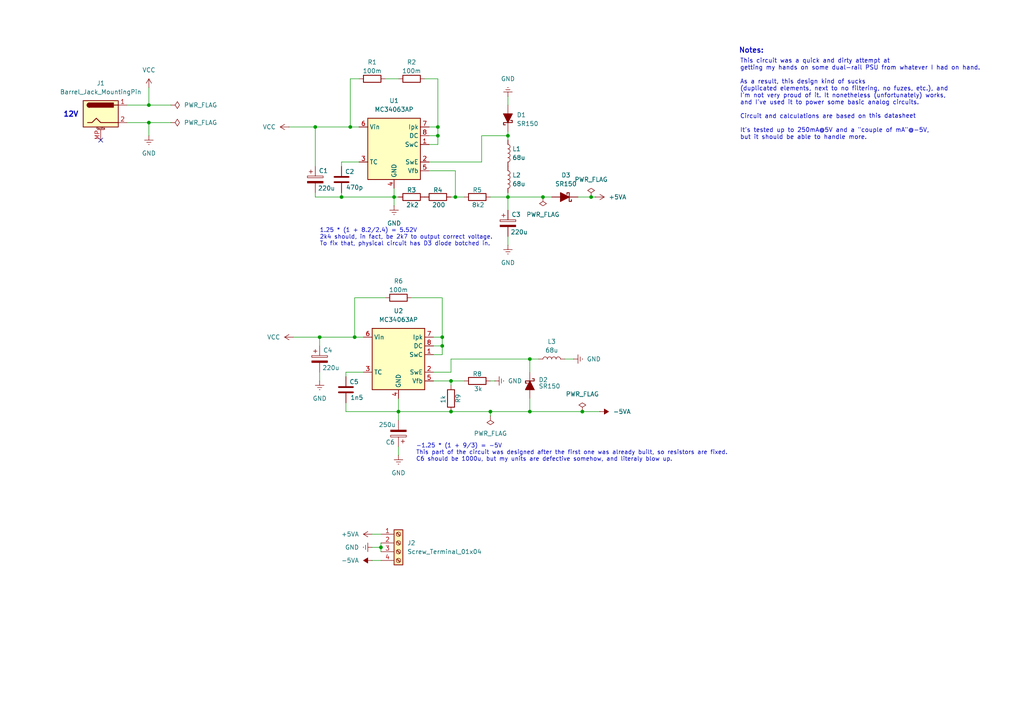
<source format=kicad_sch>
(kicad_sch (version 20250114) (generator "eeschema") (generator_version "9.0")
  (paper "A4")
  (title_block (title "MC34063 SMPS +-5V") (date "2025-07-19") (rev "1") (company "virtualgrub39@tutamail.com"))
  (lib_symbols
    (symbol "Connector:Barrel_Jack_MountingPin" (pin_names (hide yes))
      (property "Reference" "J" (at 0 5.334 0))
      (property "Value" "Barrel_Jack_MountingPin" (at 1.27 -6.35 0))
      (symbol "Barrel_Jack_MountingPin_0_1"
        (rectangle (start -5.08 3.81) (end 5.08 -3.81) (stroke (width 0.254)) (fill (type background)))
        (polyline (pts (xy -3.81 -2.54) (xy -2.54 -2.54) (xy -1.27 -1.27) (xy 0 -2.54) (xy 2.54 -2.54) (xy 5.08 -2.54)) (stroke (width 0.254)))
        (arc (start -3.302 1.905) (mid -3.9343 2.54) (end -3.302 3.175) (stroke (width 0.254)))
        (arc (start -3.302 1.905) (mid -3.9343 2.54) (end -3.302 3.175) (stroke (width 0.254)) (fill (type outline)))
        (rectangle (start 3.683 3.175) (end -3.302 1.905) (stroke (width 0.254)) (fill (type outline)))
        (polyline (pts (xy 5.08 2.54) (xy 3.81 2.54)) (stroke (width 0.254)))
      )
      (symbol "Barrel_Jack_MountingPin_1_1"
        (polyline (pts (xy -1.016 -4.572) (xy 1.016 -4.572)) (stroke (width 0.1524)))
        (text "Mounting" (at 0 -4.191 0) (effects (font (size 0.381 0.381))))
        (pin passive line (at 0 -7.62 90) (length 3.048) (name "MountPin") (number "MP"))
        (pin passive line (at 7.62 2.54 180) (length 2.54) (name "~") (number "1"))
        (pin passive line (at 7.62 -2.54 180) (length 2.54) (name "~") (number "2"))
      )
    )
    (symbol "Connector:Screw_Terminal_01x04" (pin_names (offset 1.016) (hide yes))
      (property "Reference" "J" (at 0 5.08 0))
      (property "Value" "Screw_Terminal_01x04" (at 0 -7.62 0))
      (symbol "Screw_Terminal_01x04_1_1"
        (rectangle (start -1.27 3.81) (end 1.27 -6.35) (stroke (width 0.254)) (fill (type background)))
        (polyline (pts (xy -0.5334 2.8702) (xy 0.3302 2.032)) (stroke (width 0.1524)))
        (polyline (pts (xy -0.5334 0.3302) (xy 0.3302 -0.508)) (stroke (width 0.1524)))
        (polyline (pts (xy -0.5334 -2.2098) (xy 0.3302 -3.048)) (stroke (width 0.1524)))
        (polyline (pts (xy -0.5334 -4.7498) (xy 0.3302 -5.588)) (stroke (width 0.1524)))
        (polyline (pts (xy -0.3556 3.048) (xy 0.508 2.2098)) (stroke (width 0.1524)))
        (polyline (pts (xy -0.3556 0.508) (xy 0.508 -0.3302)) (stroke (width 0.1524)))
        (polyline (pts (xy -0.3556 -2.032) (xy 0.508 -2.8702)) (stroke (width 0.1524)))
        (polyline (pts (xy -0.3556 -4.572) (xy 0.508 -5.4102)) (stroke (width 0.1524)))
        (circle (center 0 2.54) (radius 0.635) (stroke (width 0.1524)))
        (circle (center 0 0) (radius 0.635) (stroke (width 0.1524)))
        (circle (center 0 -2.54) (radius 0.635) (stroke (width 0.1524)))
        (circle (center 0 -5.08) (radius 0.635) (stroke (width 0.1524)))
        (pin passive line (at -5.08 2.54 0) (length 3.81) (name "Pin_1") (number "1"))
        (pin passive line (at -5.08 0 0) (length 3.81) (name "Pin_2") (number "2"))
        (pin passive line (at -5.08 -2.54 0) (length 3.81) (name "Pin_3") (number "3"))
        (pin passive line (at -5.08 -5.08 0) (length 3.81) (name "Pin_4") (number "4"))
      )
    )
    (symbol "Device:C" (pin_numbers (hide yes)) (pin_names (offset 0.254))
      (property "Reference" "C" (at 0.635 2.54 0))
      (property "Value" "C" (at 0.635 -2.54 0))
      (symbol "C_0_1"
        (polyline (pts (xy -2.032 0.762) (xy 2.032 0.762)) (stroke (width 0.508)))
        (polyline (pts (xy -2.032 -0.762) (xy 2.032 -0.762)) (stroke (width 0.508)))
      )
      (symbol "C_1_1"
        (pin passive line (at 0 3.81 270) (length 2.794) (name "~") (number "1"))
        (pin passive line (at 0 -3.81 90) (length 2.794) (name "~") (number "2"))
      )
    )
    (symbol "Device:C_Polarized" (pin_numbers (hide yes)) (pin_names (offset 0.254))
      (property "Reference" "C" (at 0.635 2.54 0))
      (property "Value" "C_Polarized" (at 0.635 -2.54 0))
      (symbol "C_Polarized_0_1"
        (rectangle (start -2.286 0.508) (end 2.286 1.016))
        (polyline (pts (xy -1.778 2.286) (xy -0.762 2.286)))
        (polyline (pts (xy -1.27 2.794) (xy -1.27 1.778)))
        (rectangle (start 2.286 -0.508) (end -2.286 -1.016) (fill (type outline)))
      )
      (symbol "C_Polarized_1_1"
        (pin passive line (at 0 3.81 270) (length 2.794) (name "~") (number "1"))
        (pin passive line (at 0 -3.81 90) (length 2.794) (name "~") (number "2"))
      )
    )
    (symbol "Device:L" (pin_numbers (hide yes)) (pin_names (offset 1.016) (hide yes))
      (property "Reference" "L" (at -1.27 0 90))
      (property "Value" "L" (at 1.905 0 90))
      (symbol "L_0_1"
        (arc (start 0 2.54) (mid 0.6323 1.905) (end 0 1.27))
        (arc (start 0 1.27) (mid 0.6323 0.635) (end 0 0))
        (arc (start 0 0) (mid 0.6323 -0.635) (end 0 -1.27))
        (arc (start 0 -1.27) (mid 0.6323 -1.905) (end 0 -2.54))
      )
      (symbol "L_1_1"
        (pin passive line (at 0 3.81 270) (length 1.27) (name "1") (number "1"))
        (pin passive line (at 0 -3.81 90) (length 1.27) (name "2") (number "2"))
      )
    )
    (symbol "Device:R" (pin_numbers (hide yes)) (pin_names (offset 0))
      (property "Reference" "R" (at 2.032 0 90))
      (property "Value" "R" (at 0 0 90))
      (symbol "R_0_1"
        (rectangle (start -1.016 -2.54) (end 1.016 2.54) (stroke (width 0.254)))
      )
      (symbol "R_1_1"
        (pin passive line (at 0 3.81 270) (length 1.27) (name "~") (number "1"))
        (pin passive line (at 0 -3.81 90) (length 1.27) (name "~") (number "2"))
      )
    )
    (symbol "PCM_Diode_Schottky_AKL:SR150" (pin_numbers (hide yes)) (pin_names (offset 1.016) (hide yes))
      (property "Reference" "D" (at 0 5.08 0))
      (property "Value" "SR150" (at 0 2.54 0))
      (symbol "SR150_0_1"
        (polyline (pts (xy -1.27 0) (xy 1.27 0)))
        (polyline (pts (xy -1.27 -1.27) (xy -1.27 1.27) (xy 1.27 0) (xy -1.27 -1.27)) (stroke (width 0.254)) (fill (type outline)))
        (polyline (pts (xy 1.905 -0.762) (xy 1.905 -1.27) (xy 1.27 -1.27) (xy 1.27 1.27) (xy 0.635 1.27) (xy 0.635 0.762)) (stroke (width 0.254)))
      )
      (symbol "SR150_0_2"
        (polyline (pts (xy -2.54 -2.54) (xy 2.54 2.54)))
        (polyline (pts (xy -0.889 -0.889) (xy -1.778 0) (xy 0.889 0.889) (xy 0 -1.778) (xy -0.889 -0.889)) (stroke (width 0.254)) (fill (type outline)))
        (polyline (pts (xy 0 1.778) (xy 1.778 0)) (stroke (width 0.254)))
        (polyline (pts (xy 0 1.778) (xy -0.381 1.397) (xy 0 1.016)) (stroke (width 0.254)))
        (polyline (pts (xy 1.778 0) (xy 2.159 0.381) (xy 1.778 0.762)) (stroke (width 0.254)))
      )
      (symbol "SR150_1_1"
        (pin passive line (at -3.81 0 0) (length 2.54) (name "A") (number "2"))
        (pin passive line (at 3.81 0 180) (length 2.54) (name "K") (number "1"))
      )
      (symbol "SR150_1_2"
        (pin passive line (at -2.54 -2.54 0) (length 0) (name "A") (number "2"))
        (pin passive line (at 2.54 2.54 180) (length 0) (name "K") (number "1"))
      )
    )
    (symbol "Regulator_Switching:MC34063AP"
      (property "Reference" "U" (at -7.62 8.89 0))
      (property "Value" "MC34063AP" (at 0 8.89 0))
      (symbol "MC34063AP_0_1"
        (rectangle (start -7.62 7.62) (end 7.62 -10.16) (stroke (width 0.254)) (fill (type background)))
      )
      (symbol "MC34063AP_1_1"
        (pin power_in line (at -10.16 5.08 0) (length 2.54) (name "Vin") (number "6"))
        (pin passive line (at -10.16 -5.08 0) (length 2.54) (name "TC") (number "3"))
        (pin power_in line (at 0 -12.7 90) (length 2.54) (name "GND") (number "4"))
        (pin input line (at 10.16 5.08 180) (length 2.54) (name "Ipk") (number "7"))
        (pin open_collector line (at 10.16 2.54 180) (length 2.54) (name "DC") (number "8"))
        (pin open_collector line (at 10.16 0 180) (length 2.54) (name "SwC") (number "1"))
        (pin open_emitter line (at 10.16 -5.08 180) (length 2.54) (name "SwE") (number "2"))
        (pin input line (at 10.16 -7.62 180) (length 2.54) (name "Vfb") (number "5"))
      )
    )
    (symbol "power:+5VA" (power) (pin_numbers (hide yes)) (pin_names (offset 0) (hide yes))
      (property "Value" "+5VA" (at 0 3.556 0))
      (symbol "+5VA_0_1"
        (polyline (pts (xy -0.762 1.27) (xy 0 2.54)))
        (polyline (pts (xy 0 2.54) (xy 0.762 1.27)))
        (polyline (pts (xy 0 0) (xy 0 2.54)))
      )
      (symbol "+5VA_1_1"
        (pin power_in line (at 0 0 90) (length 0) (name "~") (number "1"))
      )
    )
    (symbol "power:-5VA" (power) (pin_numbers (hide yes)) (pin_names (offset 0) (hide yes))
      (property "Value" "-5VA" (at 0 3.556 0))
      (symbol "-5VA_0_0"
        (pin power_in line (at 0 0 90) (length 0) (name "~") (number "1"))
      )
      (symbol "-5VA_0_1"
        (polyline (pts (xy 0 0) (xy 0 1.27) (xy 0.762 1.27) (xy 0 2.54) (xy -0.762 1.27) (xy 0 1.27)) (fill (type outline)))
      )
    )
    (symbol "power:Earth" (power) (pin_numbers (hide yes)) (pin_names (offset 0) (hide yes))
      (property "Value" "Earth" (at 0 -3.81 0))
      (symbol "Earth_0_1"
        (polyline (pts (xy -0.635 -1.905) (xy 0.635 -1.905)))
        (polyline (pts (xy -0.127 -2.54) (xy 0.127 -2.54)))
        (polyline (pts (xy 0 -1.27) (xy 0 0)))
        (polyline (pts (xy 1.27 -1.27) (xy -1.27 -1.27)))
      )
      (symbol "Earth_1_1"
        (pin power_in line (at 0 0 270) (length 0) (name "~") (number "1"))
      )
    )
    (symbol "power:PWR_FLAG" (power) (pin_numbers (hide yes)) (pin_names (offset 0) (hide yes))
      (property "Value" "PWR_FLAG" (at 0 3.81 0))
      (symbol "PWR_FLAG_0_0"
        (pin power_out line (at 0 0 90) (length 0) (name "~") (number "1"))
      )
      (symbol "PWR_FLAG_0_1"
        (polyline (pts (xy 0 0) (xy 0 1.27) (xy -1.016 1.905) (xy 0 2.54) (xy 1.016 1.905) (xy 0 1.27)))
      )
    )
    (symbol "power:VCC" (power) (pin_numbers (hide yes)) (pin_names (offset 0) (hide yes))
      (property "Value" "VCC" (at 0 3.556 0))
      (symbol "VCC_0_1"
        (polyline (pts (xy -0.762 1.27) (xy 0 2.54)))
        (polyline (pts (xy 0 2.54) (xy 0.762 1.27)))
        (polyline (pts (xy 0 0) (xy 0 2.54)))
      )
      (symbol "VCC_1_1"
        (pin power_in line (at 0 0 90) (length 0) (name "~") (number "1"))
      )
    )
  )
  (text "-1.25 * (1 + 9/3) = -5V\nThis part of the circuit was designed after the first one was already built, so resistors are fixed.\nC6 should be 1000u, but my units are defective somehow, and literaly blow up." (at 120.65 131.318 0) (effects (font (size 1.2 1.2)) (justify left)))
  (text "this datasheet" (at 251.968 33.02 0) (effects (font (size 1.25 1.25) (thickness 0.1563)) (justify left top)))
  (text "12V" (at 20.574 33.274 0) (effects (font (size 1.5 1.5) (thickness 0.3) (bold yes))))
  (text "1.25 * (1 + 8.2/2.4) = 5.52V\n2k4 should, in fact, be 2k7 to output correct voltage.\nTo fix that, physical circuit has D3 diode botched in. " (at 92.71 68.834 0) (effects (font (size 1.2 1.2)) (justify left)))
  (text "This circuit was a quick and dirty attempt at\ngetting my hands on some dual-rail PSU from whatever I had on hand.\n\nAs a result, this design kind of sucks\n(duplicated elements, next to no filtering, no fuzes, etc.), and\nI'm not very proud of it. It nonetheless (unfortunately) works,\nand I've used it to power some basic analog circuits.\n\nCircuit and calculations are based on\n\nIt's tested up to 250mA@5V and a \"couple of mA\"@-5V,\nbut it should be able to handle more." (at 214.63 17.018 0) (effects (font (size 1.25 1.25) (thickness 0.1563)) (justify left top)))
  (text "Notes:" (at 217.932 14.732 0) (effects (font (size 1.5 1.5) (thickness 0.254) (bold yes))))
  (junction (at 130.81 119.38))
  (junction (at 168.91 119.38))
  (junction (at 127 36.83))
  (junction (at 99.06 57.15))
  (junction (at 92.71 97.79))
  (junction (at 127 39.37))
  (junction (at 114.3 57.15))
  (junction (at 132.08 57.15))
  (junction (at 171.45 57.15))
  (junction (at 101.6 36.83))
  (junction (at 157.48 57.15))
  (junction (at 91.44 36.83))
  (junction (at 110.49 158.75))
  (junction (at 128.27 100.33))
  (junction (at 130.81 110.49))
  (junction (at 153.67 104.14))
  (junction (at 102.87 97.79))
  (junction (at 43.18 30.48))
  (junction (at 147.32 57.15))
  (junction (at 153.67 119.38))
  (junction (at 142.24 119.38))
  (junction (at 147.32 39.37))
  (junction (at 128.27 97.79))
  (junction (at 115.57 119.38))
  (junction (at 43.18 35.56))
  (no_connect (at 29.21 40.64))
  (wire (pts (xy 163.83 104.14) (xy 166.37 104.14)))
  (wire (pts (xy 101.6 36.83) (xy 101.6 22.86)))
  (wire (pts (xy 132.08 49.53) (xy 132.08 57.15)))
  (wire (pts (xy 115.57 129.54) (xy 115.57 132.08)))
  (wire (pts (xy 147.32 55.88) (xy 147.32 57.15)))
  (wire (pts (xy 139.7 46.99) (xy 139.7 39.37)))
  (wire (pts (xy 132.08 57.15) (xy 134.62 57.15)))
  (wire (pts (xy 99.06 57.15) (xy 114.3 57.15)))
  (wire (pts (xy 128.27 100.33) (xy 128.27 97.79)))
  (wire (pts (xy 115.57 119.38) (xy 115.57 115.57)))
  (wire (pts (xy 92.71 97.79) (xy 102.87 97.79)))
  (wire (pts (xy 127 22.86) (xy 127 36.83)))
  (wire (pts (xy 104.14 46.99) (xy 99.06 46.99)))
  (wire (pts (xy 128.27 97.79) (xy 128.27 86.36)))
  (wire (pts (xy 43.18 35.56) (xy 43.18 39.37)))
  (wire (pts (xy 147.32 38.1) (xy 147.32 39.37)))
  (wire (pts (xy 130.81 104.14) (xy 130.81 107.95)))
  (wire (pts (xy 168.91 119.38) (xy 173.99 119.38)))
  (wire (pts (xy 139.7 39.37) (xy 147.32 39.37)))
  (wire (pts (xy 105.41 107.95) (xy 100.33 107.95)))
  (wire (pts (xy 91.44 55.88) (xy 91.44 57.15)))
  (wire (pts (xy 92.71 107.95) (xy 92.71 110.49)))
  (wire (pts (xy 171.45 57.15) (xy 172.72 57.15)))
  (wire (pts (xy 167.64 57.15) (xy 171.45 57.15)))
  (wire (pts (xy 127 36.83) (xy 124.46 36.83)))
  (wire (pts (xy 99.06 55.88) (xy 99.06 57.15)))
  (wire (pts (xy 115.57 119.38) (xy 115.57 121.92)))
  (wire (pts (xy 101.6 22.86) (xy 104.14 22.86)))
  (wire (pts (xy 100.33 116.84) (xy 100.33 119.38)))
  (wire (pts (xy 127 41.91) (xy 127 39.37)))
  (wire (pts (xy 100.33 107.95) (xy 100.33 109.22)))
  (wire (pts (xy 124.46 41.91) (xy 127 41.91)))
  (wire (pts (xy 114.3 57.15) (xy 115.57 57.15)))
  (wire (pts (xy 153.67 104.14) (xy 130.81 104.14)))
  (wire (pts (xy 147.32 57.15) (xy 157.48 57.15)))
  (wire (pts (xy 92.71 97.79) (xy 92.71 100.33)))
  (wire (pts (xy 91.44 36.83) (xy 101.6 36.83)))
  (wire (pts (xy 91.44 57.15) (xy 99.06 57.15)))
  (wire (pts (xy 115.57 119.38) (xy 130.81 119.38)))
  (wire (pts (xy 43.18 25.4) (xy 43.18 30.48)))
  (wire (pts (xy 43.18 35.56) (xy 49.53 35.56)))
  (wire (pts (xy 123.19 22.86) (xy 127 22.86)))
  (wire (pts (xy 100.33 119.38) (xy 115.57 119.38)))
  (wire (pts (xy 111.76 22.86) (xy 115.57 22.86)))
  (wire (pts (xy 85.09 97.79) (xy 92.71 97.79)))
  (wire (pts (xy 153.67 104.14) (xy 156.21 104.14)))
  (wire (pts (xy 83.82 36.83) (xy 91.44 36.83)))
  (wire (pts (xy 114.3 54.61) (xy 114.3 57.15)))
  (wire (pts (xy 107.95 162.56) (xy 110.49 162.56)))
  (wire (pts (xy 128.27 97.79) (xy 125.73 97.79)))
  (wire (pts (xy 43.18 30.48) (xy 36.83 30.48)))
  (wire (pts (xy 142.24 57.15) (xy 147.32 57.15)))
  (wire (pts (xy 43.18 30.48) (xy 49.53 30.48)))
  (wire (pts (xy 36.83 35.56) (xy 43.18 35.56)))
  (wire (pts (xy 128.27 102.87) (xy 128.27 100.33)))
  (wire (pts (xy 142.24 110.49) (xy 143.51 110.49)))
  (wire (pts (xy 119.38 86.36) (xy 128.27 86.36)))
  (wire (pts (xy 153.67 119.38) (xy 168.91 119.38)))
  (wire (pts (xy 147.32 68.58) (xy 147.32 71.12)))
  (wire (pts (xy 125.73 100.33) (xy 128.27 100.33)))
  (wire (pts (xy 107.95 158.75) (xy 110.49 158.75)))
  (wire (pts (xy 153.67 104.14) (xy 153.67 107.95)))
  (wire (pts (xy 130.81 110.49) (xy 134.62 110.49)))
  (wire (pts (xy 153.67 115.57) (xy 153.67 119.38)))
  (wire (pts (xy 130.81 107.95) (xy 125.73 107.95)))
  (wire (pts (xy 124.46 49.53) (xy 132.08 49.53)))
  (wire (pts (xy 124.46 39.37) (xy 127 39.37)))
  (wire (pts (xy 125.73 102.87) (xy 128.27 102.87)))
  (wire (pts (xy 91.44 36.83) (xy 91.44 48.26)))
  (wire (pts (xy 127 39.37) (xy 127 36.83)))
  (wire (pts (xy 114.3 57.15) (xy 114.3 59.69)))
  (wire (pts (xy 102.87 86.36) (xy 102.87 97.79)))
  (wire (pts (xy 147.32 39.37) (xy 147.32 40.64)))
  (wire (pts (xy 107.95 154.94) (xy 110.49 154.94)))
  (wire (pts (xy 147.32 57.15) (xy 147.32 60.96)))
  (wire (pts (xy 157.48 57.15) (xy 160.02 57.15)))
  (wire (pts (xy 104.14 36.83) (xy 101.6 36.83)))
  (wire (pts (xy 142.24 119.38) (xy 153.67 119.38)))
  (wire (pts (xy 110.49 158.75) (xy 110.49 160.02)))
  (wire (pts (xy 124.46 46.99) (xy 139.7 46.99)))
  (wire (pts (xy 99.06 46.99) (xy 99.06 48.26)))
  (wire (pts (xy 147.32 27.94) (xy 147.32 30.48)))
  (wire (pts (xy 142.24 119.38) (xy 142.24 120.65)))
  (wire (pts (xy 130.81 57.15) (xy 132.08 57.15)))
  (wire (pts (xy 130.81 119.38) (xy 142.24 119.38)))
  (wire (pts (xy 102.87 97.79) (xy 105.41 97.79)))
  (wire (pts (xy 125.73 110.49) (xy 130.81 110.49)))
  (wire (pts (xy 111.76 86.36) (xy 102.87 86.36)))
  (wire (pts (xy 130.81 111.76) (xy 130.81 110.49)))
  (wire (pts (xy 110.49 158.75) (xy 110.49 157.48)))
  (symbol (lib_id "power:VCC") (at 43.18 25.4 0) (unit 1)
    (property "Reference" "#PWR01" (effects (hide yes)))
    (property "Value" "VCC" (at 43.18 20.32 0))
    (property "Description" "Power symbol creates a global label with name \"VCC\"" (effects (hide yes)))
  )
  (symbol (lib_id "Device:C") (at 99.06 52.07 0) (unit 1)
    (property "Reference" "C2" (at 100.076 49.784 0) (effects (justify left)))
    (property "Value" "470p" (at 100.33 54.356 0) (effects (justify left)))
    (property "Footprint" "Capacitor_SMD:C_1206_3216Metric_Pad1.33x1.80mm_HandSolder" (effects (hide yes)))
    (property "Description" "Unpolarized capacitor" (effects (hide yes)))
  )
  (symbol (lib_id "Device:L") (at 160.02 104.14 90) (unit 1)
    (property "Reference" "L3" (at 160.02 99.06 90))
    (property "Value" "68u" (at 160.02 101.6 90))
    (property "Footprint" "PCM_Inductor_THT_AKL:L_Radial_D10.0mm_P5.00mm_Fastron_07P" (effects (hide yes)))
    (property "Description" "Inductor" (effects (hide yes)))
  )
  (symbol (lib_id "power:PWR_FLAG") (at 168.91 119.38 0) (unit 1)
    (property "Reference" "#FLG04" (effects (hide yes)))
    (property "Value" "PWR_FLAG" (at 168.91 114.3 0))
    (property "Description" "Special symbol for telling ERC where power comes from" (effects (hide yes)))
  )
  (symbol (lib_id "power:VCC") (at 83.82 36.83 90) (unit 1)
    (property "Reference" "#PWR03" (effects (hide yes)))
    (property "Value" "VCC" (at 80.01 36.8299 90) (effects (justify left)))
    (property "Description" "Power symbol creates a global label with name \"VCC\"" (effects (hide yes)))
  )
  (symbol (lib_id "Device:C_Polarized") (at 92.71 104.14 0) (unit 1)
    (property "Reference" "C4" (at 93.726 101.6 0) (effects (justify left)))
    (property "Value" "220u" (at 93.472 106.68 0) (effects (justify left)))
    (property "Footprint" "Capacitor_THT:C_Radial_D10.0mm_H12.5mm_P5.00mm" (effects (hide yes)))
    (property "Description" "Polarized capacitor" (effects (hide yes)))
  )
  (symbol (lib_id "power:Earth") (at 107.95 158.75 270) (unit 1)
    (property "Reference" "#PWR08" (effects (hide yes)))
    (property "Value" "GND" (at 104.14 158.7499 90) (effects (justify right)))
    (property "Description" "Power symbol creates a global label with name \"Earth\"" (effects (hide yes)))
  )
  (symbol (lib_id "Device:R") (at 119.38 22.86 90) (unit 1)
    (property "Reference" "R2" (at 119.38 18.034 90))
    (property "Value" "100m" (at 119.38 20.574 90))
    (property "Footprint" "PCM_Resistor_THT_AKL:R_Axial_DIN0207_L6.3mm_D2.5mm_P7.62mm_Horizontal" (effects (hide yes)))
    (property "Description" "Resistor" (effects (hide yes)))
  )
  (symbol (lib_id "power:PWR_FLAG") (at 49.53 35.56 270) (unit 1)
    (property "Reference" "#FLG02" (effects (hide yes)))
    (property "Value" "PWR_FLAG" (at 53.34 35.5599 90) (effects (justify left)))
    (property "Description" "Special symbol for telling ERC where power comes from" (effects (hide yes)))
  )
  (symbol (lib_id "Device:L") (at 147.32 52.07 0) (unit 1)
    (property "Reference" "L2" (at 148.59 50.7999 0) (effects (justify left)))
    (property "Value" "68u" (at 148.59 53.3399 0) (effects (justify left)))
    (property "Footprint" "PCM_Inductor_THT_AKL:L_Radial_D10.0mm_P5.00mm_Fastron_07P" (effects (hide yes)))
    (property "Description" "Inductor" (effects (hide yes)))
  )
  (symbol (lib_id "Regulator_Switching:MC34063AP") (at 114.3 41.91 0) (unit 1)
    (property "Reference" "U1" (at 114.3 29.21 0))
    (property "Value" "MC34063AP" (at 114.3 31.75 0))
    (property "Footprint" "PCM_Package_DIP_AKL:DIP-8_W7.62mm_Socket" (effects (hide yes)))
    (property "Datasheet" "http://www.onsemi.com/pub_link/Collateral/MC34063A-D.PDF" (effects (hide yes)))
    (property "Description" "1.5A, step-up/down/inverting switching regulator, 3-40V Vin, 100kHz, DIP-8" (effects (hide yes)))
  )
  (symbol (lib_id "power:Earth") (at 115.57 132.08 0) (unit 1)
    (property "Reference" "#PWR016" (effects (hide yes)))
    (property "Value" "GND" (at 115.57 137.16 0))
    (property "Description" "Power symbol creates a global label with name \"Earth\"" (effects (hide yes)))
  )
  (symbol (lib_id "power:PWR_FLAG") (at 171.45 57.15 0) (unit 1)
    (property "Reference" "#FLG03" (effects (hide yes)))
    (property "Value" "PWR_FLAG" (at 171.45 52.07 0))
    (property "Description" "Special symbol for telling ERC where power comes from" (effects (hide yes)))
  )
  (symbol (lib_id "Regulator_Switching:MC34063AP") (at 115.57 102.87 0) (unit 1)
    (property "Reference" "U2" (at 115.57 90.17 0))
    (property "Value" "MC34063AP" (at 115.57 92.71 0))
    (property "Footprint" "PCM_Package_DIP_AKL:DIP-8_W7.62mm_Socket" (effects (hide yes)))
    (property "Datasheet" "http://www.onsemi.com/pub_link/Collateral/MC34063A-D.PDF" (effects (hide yes)))
    (property "Description" "1.5A, step-up/down/inverting switching regulator, 3-40V Vin, 100kHz, DIP-8" (effects (hide yes)))
  )
  (symbol (lib_id "Device:R") (at 130.81 115.57 0) (unit 1)
    (property "Reference" "R9" (at 132.842 115.57 90))
    (property "Value" "1k" (at 128.524 115.824 90))
    (property "Footprint" "PCM_Resistor_THT_AKL:R_Axial_DIN0207_L6.3mm_D2.5mm_P7.62mm_Horizontal" (effects (hide yes)))
    (property "Description" "Resistor" (effects (hide yes)))
  )
  (symbol (lib_id "power:-5VA") (at 173.99 119.38 270) (unit 1)
    (property "Reference" "#PWR015" (effects (hide yes)))
    (property "Value" "-5VA" (at 177.8 119.3799 90) (effects (justify left)))
    (property "Description" "Power symbol creates a global label with name \"-5VA\"" (effects (hide yes)))
  )
  (symbol (lib_id "power:Earth") (at 147.32 27.94 180) (unit 1)
    (property "Reference" "#PWR02" (effects (hide yes)))
    (property "Value" "GND" (at 147.32 22.86 0))
    (property "Description" "Power symbol creates a global label with name \"Earth\"" (effects (hide yes)))
  )
  (symbol (lib_id "power:-5VA") (at 107.95 162.56 90) (unit 1)
    (property "Reference" "#PWR09" (effects (hide yes)))
    (property "Value" "-5VA" (at 104.14 162.5599 90) (effects (justify left)))
    (property "Description" "Power symbol creates a global label with name \"-5VA\"" (effects (hide yes)))
  )
  (symbol (lib_id "power:+5VA") (at 107.95 154.94 90) (unit 1)
    (property "Reference" "#PWR05" (effects (hide yes)))
    (property "Value" "+5VA" (at 104.14 154.9399 90) (effects (justify left)))
    (property "Description" "Power symbol creates a global label with name \"+5VA\"" (effects (hide yes)))
  )
  (symbol (lib_id "PCM_Diode_Schottky_AKL:SR150") (at 163.83 57.15 0) (unit 1)
    (property "Reference" "D3" (at 164.1475 50.8 0))
    (property "Value" "SR150" (at 164.1475 53.34 0))
    (property "Footprint" "PCM_Diode_THT_AKL:D_DO-41_SOD81_P7.62mm_Horizontal" (effects (hide yes)))
    (property "Datasheet" "https://www.tme.eu/Document/3b8e5a4e4d7d3e9d4d31dc5bd8dad878/sr150_1100.pdf" (effects (hide yes)))
    (property "Description" "DO-41 Schottky diode, 50V, 1A, Alternate KiCAD Library" (effects (hide yes)))
  )
  (symbol (lib_id "Device:R") (at 138.43 110.49 90) (unit 1)
    (property "Reference" "R8" (at 138.43 108.458 90))
    (property "Value" "3k" (at 138.684 112.776 90))
    (property "Footprint" "PCM_Resistor_THT_AKL:R_Axial_DIN0207_L6.3mm_D2.5mm_P7.62mm_Horizontal" (effects (hide yes)))
    (property "Description" "Resistor" (effects (hide yes)))
  )
  (symbol (lib_id "power:Earth") (at 92.71 110.49 0) (unit 1)
    (property "Reference" "#PWR013" (effects (hide yes)))
    (property "Value" "GND" (at 92.71 115.57 0))
    (property "Description" "Power symbol creates a global label with name \"Earth\"" (effects (hide yes)))
  )
  (symbol (lib_id "power:Earth") (at 114.3 59.69 0) (unit 1)
    (property "Reference" "#PWR07" (effects (hide yes)))
    (property "Value" "GND" (at 114.3 64.77 0))
    (property "Description" "Power symbol creates a global label with name \"Earth\"" (effects (hide yes)))
  )
  (symbol (lib_id "Connector:Barrel_Jack_MountingPin") (at 29.21 33.02 0) (unit 1)
    (property "Reference" "J1" (at 29.21 24.13 0))
    (property "Value" "Barrel_Jack_MountingPin" (at 29.21 26.67 0))
    (property "Footprint" "Connector_BarrelJack:BarrelJack_Horizontal" (effects (hide yes)))
    (property "Description" "DC Barrel Jack with a mounting pin" (effects (hide yes)))
  )
  (symbol (lib_id "power:Earth") (at 147.32 71.12 0) (unit 1)
    (property "Reference" "#PWR010" (effects (hide yes)))
    (property "Value" "GND" (at 147.32 76.2 0))
    (property "Description" "Power symbol creates a global label with name \"Earth\"" (effects (hide yes)))
  )
  (symbol (lib_id "Device:C_Polarized") (at 91.44 52.07 0) (unit 1)
    (property "Reference" "C1" (at 92.456 49.53 0) (effects (justify left)))
    (property "Value" "220u" (at 92.202 54.61 0) (effects (justify left)))
    (property "Footprint" "Capacitor_THT:C_Radial_D10.0mm_H12.5mm_P5.00mm" (effects (hide yes)))
    (property "Description" "Polarized capacitor" (effects (hide yes)))
  )
  (symbol (lib_id "Device:R") (at 115.57 86.36 90) (unit 1)
    (property "Reference" "R6" (at 115.57 81.534 90))
    (property "Value" "100m" (at 115.57 84.074 90))
    (property "Footprint" "PCM_Resistor_THT_AKL:R_Axial_DIN0207_L6.3mm_D2.5mm_P7.62mm_Horizontal" (effects (hide yes)))
    (property "Description" "Resistor" (effects (hide yes)))
  )
  (symbol (lib_id "Device:R") (at 127 57.15 90) (unit 1)
    (property "Reference" "R4" (at 127 55.118 90))
    (property "Value" "200" (at 127.254 59.436 90))
    (property "Footprint" "PCM_Resistor_THT_AKL:R_Axial_DIN0207_L6.3mm_D2.5mm_P7.62mm_Horizontal" (effects (hide yes)))
    (property "Description" "Resistor" (effects (hide yes)))
  )
  (symbol (lib_id "power:Earth") (at 166.37 104.14 90) (unit 1)
    (property "Reference" "#PWR012" (effects (hide yes)))
    (property "Value" "GND" (at 170.18 104.1399 90) (effects (justify right)))
    (property "Description" "Power symbol creates a global label with name \"Earth\"" (effects (hide yes)))
  )
  (symbol (lib_id "Connector:Screw_Terminal_01x04") (at 115.57 157.48 0) (unit 1)
    (property "Reference" "J2" (at 118.11 157.4799 0) (effects (justify left)))
    (property "Value" "Screw_Terminal_01x04" (at 118.11 160.0199 0) (effects (justify left)))
    (property "Footprint" "TerminalBlock:TerminalBlock_MaiXu_MX126-5.0-04P_1x04_P5.00mm" (effects (hide yes)))
    (property "Description" "Generic screw terminal, single row, 01x04, script generated (kicad-library-utils/schlib/autogen/connector/)" (effects (hide yes)))
  )
  (symbol (lib_id "Device:C") (at 100.33 113.03 0) (unit 1)
    (property "Reference" "C5" (at 101.346 110.744 0) (effects (justify left)))
    (property "Value" "1n5" (at 101.6 115.316 0) (effects (justify left)))
    (property "Footprint" "Capacitor_SMD:C_1206_3216Metric_Pad1.33x1.80mm_HandSolder" (effects (hide yes)))
    (property "Description" "Unpolarized capacitor" (effects (hide yes)))
  )
  (symbol (lib_id "power:+5VA") (at 172.72 57.15 270) (unit 1)
    (property "Reference" "#PWR06" (effects (hide yes)))
    (property "Value" "+5VA" (at 176.53 57.1499 90) (effects (justify left)))
    (property "Description" "Power symbol creates a global label with name \"+5VA\"" (effects (hide yes)))
  )
  (symbol (lib_id "power:Earth") (at 143.51 110.49 90) (unit 1)
    (property "Reference" "#PWR014" (effects (hide yes)))
    (property "Value" "GND" (at 147.32 110.4899 90) (effects (justify right)))
    (property "Description" "Power symbol creates a global label with name \"Earth\"" (effects (hide yes)))
  )
  (symbol (lib_id "Device:R") (at 107.95 22.86 90) (unit 1)
    (property "Reference" "R1" (at 107.95 18.034 90))
    (property "Value" "100m" (at 107.95 20.574 90))
    (property "Footprint" "PCM_Resistor_THT_AKL:R_Axial_DIN0207_L6.3mm_D2.5mm_P7.62mm_Horizontal" (effects (hide yes)))
    (property "Description" "Resistor" (effects (hide yes)))
  )
  (symbol (lib_id "Device:C_Polarized") (at 115.57 125.73 180) (unit 1)
    (property "Reference" "C6" (at 114.554 128.27 0) (effects (justify left)))
    (property "Value" "250u" (at 114.808 123.19 0) (effects (justify left)))
    (property "Footprint" "Capacitor_THT:C_Radial_D10.0mm_H12.5mm_P5.00mm" (effects (hide yes)))
    (property "Description" "Polarized capacitor" (effects (hide yes)))
  )
  (symbol (lib_id "Device:L") (at 147.32 44.45 0) (unit 1)
    (property "Reference" "L1" (at 148.59 43.1799 0) (effects (justify left)))
    (property "Value" "68u" (at 148.59 45.7199 0) (effects (justify left)))
    (property "Footprint" "PCM_Inductor_THT_AKL:L_Radial_D10.0mm_P5.00mm_Fastron_07P" (effects (hide yes)))
    (property "Description" "Inductor" (effects (hide yes)))
  )
  (symbol (lib_id "Device:C_Polarized") (at 147.32 64.77 0) (unit 1)
    (property "Reference" "C3" (at 148.336 62.23 0) (effects (justify left)))
    (property "Value" "220u" (at 148.082 67.31 0) (effects (justify left)))
    (property "Footprint" "Capacitor_THT:C_Radial_D10.0mm_H12.5mm_P5.00mm" (effects (hide yes)))
    (property "Description" "Polarized capacitor" (effects (hide yes)))
  )
  (symbol (lib_id "Device:R") (at 119.38 57.15 90) (unit 1)
    (property "Reference" "R3" (at 119.38 55.118 90))
    (property "Value" "2k2" (at 119.634 59.436 90))
    (property "Footprint" "PCM_Resistor_THT_AKL:R_Axial_DIN0207_L6.3mm_D2.5mm_P7.62mm_Horizontal" (effects (hide yes)))
    (property "Description" "Resistor" (effects (hide yes)))
  )
  (symbol (lib_id "power:Earth") (at 43.18 39.37 0) (unit 1)
    (property "Reference" "#PWR04" (effects (hide yes)))
    (property "Value" "GND" (at 43.18 44.45 0))
    (property "Description" "Power symbol creates a global label with name \"Earth\"" (effects (hide yes)))
  )
  (symbol (lib_id "power:PWR_FLAG") (at 49.53 30.48 270) (unit 1)
    (property "Reference" "#FLG01" (effects (hide yes)))
    (property "Value" "PWR_FLAG" (at 53.34 30.4799 90) (effects (justify left)))
    (property "Description" "Special symbol for telling ERC where power comes from" (effects (hide yes)))
  )
  (symbol (lib_id "power:PWR_FLAG") (at 157.48 57.15 180) (unit 1)
    (property "Reference" "#FLG06" (effects (hide yes)))
    (property "Value" "PWR_FLAG" (at 157.48 62.23 0))
    (property "Description" "Special symbol for telling ERC where power comes from" (effects (hide yes)))
  )
  (symbol (lib_id "power:VCC") (at 85.09 97.79 90) (unit 1)
    (property "Reference" "#PWR011" (effects (hide yes)))
    (property "Value" "VCC" (at 81.28 97.7899 90) (effects (justify left)))
    (property "Description" "Power symbol creates a global label with name \"VCC\"" (effects (hide yes)))
  )
  (symbol (lib_id "Device:R") (at 138.43 57.15 90) (unit 1)
    (property "Reference" "R5" (at 138.43 55.118 90))
    (property "Value" "8k2" (at 138.684 59.436 90))
    (property "Footprint" "PCM_Resistor_THT_AKL:R_Axial_DIN0207_L6.3mm_D2.5mm_P7.62mm_Horizontal" (effects (hide yes)))
    (property "Description" "Resistor" (effects (hide yes)))
  )
  (symbol (lib_id "PCM_Diode_Schottky_AKL:SR150") (at 153.67 111.76 90) (unit 1)
    (property "Reference" "D2" (at 156.21 110.1724 90) (effects (justify right)))
    (property "Value" "SR150" (at 156.21 112.014 90) (effects (justify right)))
    (property "Footprint" "PCM_Diode_THT_AKL:D_DO-41_SOD81_P7.62mm_Horizontal" (effects (hide yes)))
    (property "Datasheet" "https://www.tme.eu/Document/3b8e5a4e4d7d3e9d4d31dc5bd8dad878/sr150_1100.pdf" (effects (hide yes)))
    (property "Description" "DO-41 Schottky diode, 50V, 1A, Alternate KiCAD Library" (effects (hide yes)))
  )
  (symbol (lib_id "power:PWR_FLAG") (at 142.24 120.65 180) (unit 1)
    (property "Reference" "#FLG05" (effects (hide yes)))
    (property "Value" "PWR_FLAG" (at 142.24 125.73 0))
    (property "Description" "Special symbol for telling ERC where power comes from" (effects (hide yes)))
  )
  (symbol (lib_id "PCM_Diode_Schottky_AKL:SR150") (at 147.32 34.29 270) (unit 1)
    (property "Reference" "D1" (at 149.86 33.3374 90) (effects (justify left)))
    (property "Value" "SR150" (at 149.86 35.8774 90) (effects (justify left)))
    (property "Footprint" "PCM_Diode_THT_AKL:D_DO-41_SOD81_P7.62mm_Horizontal" (effects (hide yes)))
    (property "Datasheet" "https://www.tme.eu/Document/3b8e5a4e4d7d3e9d4d31dc5bd8dad878/sr150_1100.pdf" (effects (hide yes)))
    (property "Description" "DO-41 Schottky diode, 50V, 1A, Alternate KiCAD Library" (effects (hide yes)))
  )
)
</source>
